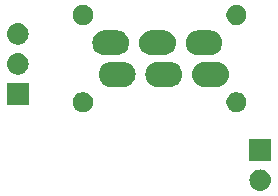
<source format=gbr>
G04 #@! TF.GenerationSoftware,KiCad,Pcbnew,(5.1.4)-1*
G04 #@! TF.CreationDate,2020-03-11T16:36:07-04:00*
G04 #@! TF.ProjectId,MicSwitchBoard,4d696353-7769-4746-9368-426f6172642e,rev?*
G04 #@! TF.SameCoordinates,Original*
G04 #@! TF.FileFunction,Soldermask,Top*
G04 #@! TF.FilePolarity,Negative*
%FSLAX46Y46*%
G04 Gerber Fmt 4.6, Leading zero omitted, Abs format (unit mm)*
G04 Created by KiCad (PCBNEW (5.1.4)-1) date 2020-03-11 16:36:07*
%MOMM*%
%LPD*%
G04 APERTURE LIST*
%ADD10C,0.100000*%
G04 APERTURE END LIST*
D10*
G36*
X136610443Y-76895519D02*
G01*
X136676627Y-76902037D01*
X136846466Y-76953557D01*
X137002991Y-77037222D01*
X137038729Y-77066552D01*
X137140186Y-77149814D01*
X137223448Y-77251271D01*
X137252778Y-77287009D01*
X137336443Y-77443534D01*
X137387963Y-77613373D01*
X137405359Y-77790000D01*
X137387963Y-77966627D01*
X137336443Y-78136466D01*
X137252778Y-78292991D01*
X137223448Y-78328729D01*
X137140186Y-78430186D01*
X137038729Y-78513448D01*
X137002991Y-78542778D01*
X136846466Y-78626443D01*
X136676627Y-78677963D01*
X136610443Y-78684481D01*
X136544260Y-78691000D01*
X136455740Y-78691000D01*
X136389557Y-78684481D01*
X136323373Y-78677963D01*
X136153534Y-78626443D01*
X135997009Y-78542778D01*
X135961271Y-78513448D01*
X135859814Y-78430186D01*
X135776552Y-78328729D01*
X135747222Y-78292991D01*
X135663557Y-78136466D01*
X135612037Y-77966627D01*
X135594641Y-77790000D01*
X135612037Y-77613373D01*
X135663557Y-77443534D01*
X135747222Y-77287009D01*
X135776552Y-77251271D01*
X135859814Y-77149814D01*
X135961271Y-77066552D01*
X135997009Y-77037222D01*
X136153534Y-76953557D01*
X136323373Y-76902037D01*
X136389557Y-76895519D01*
X136455740Y-76889000D01*
X136544260Y-76889000D01*
X136610443Y-76895519D01*
X136610443Y-76895519D01*
G37*
G36*
X137401000Y-76151000D02*
G01*
X135599000Y-76151000D01*
X135599000Y-74349000D01*
X137401000Y-74349000D01*
X137401000Y-76151000D01*
X137401000Y-76151000D01*
G37*
G36*
X134748228Y-70381703D02*
G01*
X134903100Y-70445853D01*
X135042481Y-70538985D01*
X135161015Y-70657519D01*
X135254147Y-70796900D01*
X135318297Y-70951772D01*
X135351000Y-71116184D01*
X135351000Y-71283816D01*
X135318297Y-71448228D01*
X135254147Y-71603100D01*
X135161015Y-71742481D01*
X135042481Y-71861015D01*
X134903100Y-71954147D01*
X134748228Y-72018297D01*
X134583816Y-72051000D01*
X134416184Y-72051000D01*
X134251772Y-72018297D01*
X134096900Y-71954147D01*
X133957519Y-71861015D01*
X133838985Y-71742481D01*
X133745853Y-71603100D01*
X133681703Y-71448228D01*
X133649000Y-71283816D01*
X133649000Y-71116184D01*
X133681703Y-70951772D01*
X133745853Y-70796900D01*
X133838985Y-70657519D01*
X133957519Y-70538985D01*
X134096900Y-70445853D01*
X134251772Y-70381703D01*
X134416184Y-70349000D01*
X134583816Y-70349000D01*
X134748228Y-70381703D01*
X134748228Y-70381703D01*
G37*
G36*
X121748228Y-70381703D02*
G01*
X121903100Y-70445853D01*
X122042481Y-70538985D01*
X122161015Y-70657519D01*
X122254147Y-70796900D01*
X122318297Y-70951772D01*
X122351000Y-71116184D01*
X122351000Y-71283816D01*
X122318297Y-71448228D01*
X122254147Y-71603100D01*
X122161015Y-71742481D01*
X122042481Y-71861015D01*
X121903100Y-71954147D01*
X121748228Y-72018297D01*
X121583816Y-72051000D01*
X121416184Y-72051000D01*
X121251772Y-72018297D01*
X121096900Y-71954147D01*
X120957519Y-71861015D01*
X120838985Y-71742481D01*
X120745853Y-71603100D01*
X120681703Y-71448228D01*
X120649000Y-71283816D01*
X120649000Y-71116184D01*
X120681703Y-70951772D01*
X120745853Y-70796900D01*
X120838985Y-70657519D01*
X120957519Y-70538985D01*
X121096900Y-70445853D01*
X121251772Y-70381703D01*
X121416184Y-70349000D01*
X121583816Y-70349000D01*
X121748228Y-70381703D01*
X121748228Y-70381703D01*
G37*
G36*
X116901000Y-71401000D02*
G01*
X115099000Y-71401000D01*
X115099000Y-69599000D01*
X116901000Y-69599000D01*
X116901000Y-71401000D01*
X116901000Y-71401000D01*
G37*
G36*
X132903097Y-67789069D02*
G01*
X133006032Y-67799207D01*
X133204146Y-67859305D01*
X133204149Y-67859306D01*
X133300975Y-67911061D01*
X133386729Y-67956897D01*
X133546765Y-68088235D01*
X133678103Y-68248271D01*
X133709210Y-68306468D01*
X133775694Y-68430851D01*
X133775695Y-68430854D01*
X133835793Y-68628968D01*
X133856085Y-68835000D01*
X133835793Y-69041032D01*
X133775695Y-69239146D01*
X133775694Y-69239149D01*
X133723939Y-69335975D01*
X133678103Y-69421729D01*
X133546765Y-69581765D01*
X133386729Y-69713103D01*
X133300975Y-69758939D01*
X133204149Y-69810694D01*
X133204146Y-69810695D01*
X133006032Y-69870793D01*
X132903097Y-69880931D01*
X132851631Y-69886000D01*
X131748369Y-69886000D01*
X131696903Y-69880931D01*
X131593968Y-69870793D01*
X131395854Y-69810695D01*
X131395851Y-69810694D01*
X131299025Y-69758939D01*
X131213271Y-69713103D01*
X131053235Y-69581765D01*
X130921897Y-69421729D01*
X130876061Y-69335975D01*
X130824306Y-69239149D01*
X130824305Y-69239146D01*
X130764207Y-69041032D01*
X130743915Y-68835000D01*
X130764207Y-68628968D01*
X130824305Y-68430854D01*
X130824306Y-68430851D01*
X130890790Y-68306468D01*
X130921897Y-68248271D01*
X131053235Y-68088235D01*
X131213271Y-67956897D01*
X131299025Y-67911061D01*
X131395851Y-67859306D01*
X131395854Y-67859305D01*
X131593968Y-67799207D01*
X131696903Y-67789069D01*
X131748369Y-67784000D01*
X132851631Y-67784000D01*
X132903097Y-67789069D01*
X132903097Y-67789069D01*
G37*
G36*
X125003097Y-67789069D02*
G01*
X125106032Y-67799207D01*
X125304146Y-67859305D01*
X125304149Y-67859306D01*
X125400975Y-67911061D01*
X125486729Y-67956897D01*
X125646765Y-68088235D01*
X125778103Y-68248271D01*
X125809210Y-68306468D01*
X125875694Y-68430851D01*
X125875695Y-68430854D01*
X125935793Y-68628968D01*
X125956085Y-68835000D01*
X125935793Y-69041032D01*
X125875695Y-69239146D01*
X125875694Y-69239149D01*
X125823939Y-69335975D01*
X125778103Y-69421729D01*
X125646765Y-69581765D01*
X125486729Y-69713103D01*
X125400975Y-69758939D01*
X125304149Y-69810694D01*
X125304146Y-69810695D01*
X125106032Y-69870793D01*
X125003097Y-69880931D01*
X124951631Y-69886000D01*
X123848369Y-69886000D01*
X123796903Y-69880931D01*
X123693968Y-69870793D01*
X123495854Y-69810695D01*
X123495851Y-69810694D01*
X123399025Y-69758939D01*
X123313271Y-69713103D01*
X123153235Y-69581765D01*
X123021897Y-69421729D01*
X122976061Y-69335975D01*
X122924306Y-69239149D01*
X122924305Y-69239146D01*
X122864207Y-69041032D01*
X122843915Y-68835000D01*
X122864207Y-68628968D01*
X122924305Y-68430854D01*
X122924306Y-68430851D01*
X122990790Y-68306468D01*
X123021897Y-68248271D01*
X123153235Y-68088235D01*
X123313271Y-67956897D01*
X123399025Y-67911061D01*
X123495851Y-67859306D01*
X123495854Y-67859305D01*
X123693968Y-67799207D01*
X123796903Y-67789069D01*
X123848369Y-67784000D01*
X124951631Y-67784000D01*
X125003097Y-67789069D01*
X125003097Y-67789069D01*
G37*
G36*
X128953097Y-67789069D02*
G01*
X129056032Y-67799207D01*
X129254146Y-67859305D01*
X129254149Y-67859306D01*
X129350975Y-67911061D01*
X129436729Y-67956897D01*
X129596765Y-68088235D01*
X129728103Y-68248271D01*
X129759210Y-68306468D01*
X129825694Y-68430851D01*
X129825695Y-68430854D01*
X129885793Y-68628968D01*
X129906085Y-68835000D01*
X129885793Y-69041032D01*
X129825695Y-69239146D01*
X129825694Y-69239149D01*
X129773939Y-69335975D01*
X129728103Y-69421729D01*
X129596765Y-69581765D01*
X129436729Y-69713103D01*
X129350975Y-69758939D01*
X129254149Y-69810694D01*
X129254146Y-69810695D01*
X129056032Y-69870793D01*
X128953097Y-69880931D01*
X128901631Y-69886000D01*
X127798369Y-69886000D01*
X127746903Y-69880931D01*
X127643968Y-69870793D01*
X127445854Y-69810695D01*
X127445851Y-69810694D01*
X127349025Y-69758939D01*
X127263271Y-69713103D01*
X127103235Y-69581765D01*
X126971897Y-69421729D01*
X126926061Y-69335975D01*
X126874306Y-69239149D01*
X126874305Y-69239146D01*
X126814207Y-69041032D01*
X126793915Y-68835000D01*
X126814207Y-68628968D01*
X126874305Y-68430854D01*
X126874306Y-68430851D01*
X126940790Y-68306468D01*
X126971897Y-68248271D01*
X127103235Y-68088235D01*
X127263271Y-67956897D01*
X127349025Y-67911061D01*
X127445851Y-67859306D01*
X127445854Y-67859305D01*
X127643968Y-67799207D01*
X127746903Y-67789069D01*
X127798369Y-67784000D01*
X128901631Y-67784000D01*
X128953097Y-67789069D01*
X128953097Y-67789069D01*
G37*
G36*
X116110442Y-67065518D02*
G01*
X116176627Y-67072037D01*
X116346466Y-67123557D01*
X116502991Y-67207222D01*
X116538729Y-67236552D01*
X116640186Y-67319814D01*
X116723448Y-67421271D01*
X116752778Y-67457009D01*
X116836443Y-67613534D01*
X116887963Y-67783373D01*
X116905359Y-67960000D01*
X116887963Y-68136627D01*
X116836443Y-68306466D01*
X116752778Y-68462991D01*
X116723448Y-68498729D01*
X116640186Y-68600186D01*
X116538729Y-68683448D01*
X116502991Y-68712778D01*
X116346466Y-68796443D01*
X116176627Y-68847963D01*
X116110442Y-68854482D01*
X116044260Y-68861000D01*
X115955740Y-68861000D01*
X115889558Y-68854482D01*
X115823373Y-68847963D01*
X115653534Y-68796443D01*
X115497009Y-68712778D01*
X115461271Y-68683448D01*
X115359814Y-68600186D01*
X115276552Y-68498729D01*
X115247222Y-68462991D01*
X115163557Y-68306466D01*
X115112037Y-68136627D01*
X115094641Y-67960000D01*
X115112037Y-67783373D01*
X115163557Y-67613534D01*
X115247222Y-67457009D01*
X115276552Y-67421271D01*
X115359814Y-67319814D01*
X115461271Y-67236552D01*
X115497009Y-67207222D01*
X115653534Y-67123557D01*
X115823373Y-67072037D01*
X115889558Y-67065518D01*
X115955740Y-67059000D01*
X116044260Y-67059000D01*
X116110442Y-67065518D01*
X116110442Y-67065518D01*
G37*
G36*
X124463097Y-65119069D02*
G01*
X124566032Y-65129207D01*
X124764146Y-65189305D01*
X124764149Y-65189306D01*
X124860975Y-65241061D01*
X124946729Y-65286897D01*
X125106765Y-65418235D01*
X125238103Y-65578271D01*
X125247913Y-65596625D01*
X125335694Y-65760851D01*
X125335695Y-65760854D01*
X125395793Y-65958968D01*
X125416085Y-66165000D01*
X125395793Y-66371032D01*
X125335695Y-66569146D01*
X125335694Y-66569149D01*
X125283939Y-66665975D01*
X125238103Y-66751729D01*
X125106765Y-66911765D01*
X124946729Y-67043103D01*
X124892597Y-67072037D01*
X124764149Y-67140694D01*
X124764146Y-67140695D01*
X124566032Y-67200793D01*
X124463097Y-67210931D01*
X124411631Y-67216000D01*
X123308369Y-67216000D01*
X123256903Y-67210931D01*
X123153968Y-67200793D01*
X122955854Y-67140695D01*
X122955851Y-67140694D01*
X122827403Y-67072037D01*
X122773271Y-67043103D01*
X122613235Y-66911765D01*
X122481897Y-66751729D01*
X122436061Y-66665975D01*
X122384306Y-66569149D01*
X122384305Y-66569146D01*
X122324207Y-66371032D01*
X122303915Y-66165000D01*
X122324207Y-65958968D01*
X122384305Y-65760854D01*
X122384306Y-65760851D01*
X122472087Y-65596625D01*
X122481897Y-65578271D01*
X122613235Y-65418235D01*
X122773271Y-65286897D01*
X122859025Y-65241061D01*
X122955851Y-65189306D01*
X122955854Y-65189305D01*
X123153968Y-65129207D01*
X123256903Y-65119069D01*
X123308369Y-65114000D01*
X124411631Y-65114000D01*
X124463097Y-65119069D01*
X124463097Y-65119069D01*
G37*
G36*
X132363097Y-65119069D02*
G01*
X132466032Y-65129207D01*
X132664146Y-65189305D01*
X132664149Y-65189306D01*
X132760975Y-65241061D01*
X132846729Y-65286897D01*
X133006765Y-65418235D01*
X133138103Y-65578271D01*
X133147913Y-65596625D01*
X133235694Y-65760851D01*
X133235695Y-65760854D01*
X133295793Y-65958968D01*
X133316085Y-66165000D01*
X133295793Y-66371032D01*
X133235695Y-66569146D01*
X133235694Y-66569149D01*
X133183939Y-66665975D01*
X133138103Y-66751729D01*
X133006765Y-66911765D01*
X132846729Y-67043103D01*
X132792597Y-67072037D01*
X132664149Y-67140694D01*
X132664146Y-67140695D01*
X132466032Y-67200793D01*
X132363097Y-67210931D01*
X132311631Y-67216000D01*
X131208369Y-67216000D01*
X131156903Y-67210931D01*
X131053968Y-67200793D01*
X130855854Y-67140695D01*
X130855851Y-67140694D01*
X130727403Y-67072037D01*
X130673271Y-67043103D01*
X130513235Y-66911765D01*
X130381897Y-66751729D01*
X130336061Y-66665975D01*
X130284306Y-66569149D01*
X130284305Y-66569146D01*
X130224207Y-66371032D01*
X130203915Y-66165000D01*
X130224207Y-65958968D01*
X130284305Y-65760854D01*
X130284306Y-65760851D01*
X130372087Y-65596625D01*
X130381897Y-65578271D01*
X130513235Y-65418235D01*
X130673271Y-65286897D01*
X130759025Y-65241061D01*
X130855851Y-65189306D01*
X130855854Y-65189305D01*
X131053968Y-65129207D01*
X131156903Y-65119069D01*
X131208369Y-65114000D01*
X132311631Y-65114000D01*
X132363097Y-65119069D01*
X132363097Y-65119069D01*
G37*
G36*
X128413097Y-65119069D02*
G01*
X128516032Y-65129207D01*
X128714146Y-65189305D01*
X128714149Y-65189306D01*
X128810975Y-65241061D01*
X128896729Y-65286897D01*
X129056765Y-65418235D01*
X129188103Y-65578271D01*
X129197913Y-65596625D01*
X129285694Y-65760851D01*
X129285695Y-65760854D01*
X129345793Y-65958968D01*
X129366085Y-66165000D01*
X129345793Y-66371032D01*
X129285695Y-66569146D01*
X129285694Y-66569149D01*
X129233939Y-66665975D01*
X129188103Y-66751729D01*
X129056765Y-66911765D01*
X128896729Y-67043103D01*
X128842597Y-67072037D01*
X128714149Y-67140694D01*
X128714146Y-67140695D01*
X128516032Y-67200793D01*
X128413097Y-67210931D01*
X128361631Y-67216000D01*
X127258369Y-67216000D01*
X127206903Y-67210931D01*
X127103968Y-67200793D01*
X126905854Y-67140695D01*
X126905851Y-67140694D01*
X126777403Y-67072037D01*
X126723271Y-67043103D01*
X126563235Y-66911765D01*
X126431897Y-66751729D01*
X126386061Y-66665975D01*
X126334306Y-66569149D01*
X126334305Y-66569146D01*
X126274207Y-66371032D01*
X126253915Y-66165000D01*
X126274207Y-65958968D01*
X126334305Y-65760854D01*
X126334306Y-65760851D01*
X126422087Y-65596625D01*
X126431897Y-65578271D01*
X126563235Y-65418235D01*
X126723271Y-65286897D01*
X126809025Y-65241061D01*
X126905851Y-65189306D01*
X126905854Y-65189305D01*
X127103968Y-65129207D01*
X127206903Y-65119069D01*
X127258369Y-65114000D01*
X128361631Y-65114000D01*
X128413097Y-65119069D01*
X128413097Y-65119069D01*
G37*
G36*
X116110443Y-64525519D02*
G01*
X116176627Y-64532037D01*
X116346466Y-64583557D01*
X116502991Y-64667222D01*
X116538729Y-64696552D01*
X116640186Y-64779814D01*
X116723448Y-64881271D01*
X116752778Y-64917009D01*
X116836443Y-65073534D01*
X116887963Y-65243373D01*
X116905359Y-65420000D01*
X116887963Y-65596627D01*
X116836443Y-65766466D01*
X116752778Y-65922991D01*
X116723448Y-65958729D01*
X116640186Y-66060186D01*
X116538729Y-66143448D01*
X116502991Y-66172778D01*
X116346466Y-66256443D01*
X116176627Y-66307963D01*
X116110443Y-66314481D01*
X116044260Y-66321000D01*
X115955740Y-66321000D01*
X115889557Y-66314481D01*
X115823373Y-66307963D01*
X115653534Y-66256443D01*
X115497009Y-66172778D01*
X115461271Y-66143448D01*
X115359814Y-66060186D01*
X115276552Y-65958729D01*
X115247222Y-65922991D01*
X115163557Y-65766466D01*
X115112037Y-65596627D01*
X115094641Y-65420000D01*
X115112037Y-65243373D01*
X115163557Y-65073534D01*
X115247222Y-64917009D01*
X115276552Y-64881271D01*
X115359814Y-64779814D01*
X115461271Y-64696552D01*
X115497009Y-64667222D01*
X115653534Y-64583557D01*
X115823373Y-64532037D01*
X115889557Y-64525519D01*
X115955740Y-64519000D01*
X116044260Y-64519000D01*
X116110443Y-64525519D01*
X116110443Y-64525519D01*
G37*
G36*
X121748228Y-62981703D02*
G01*
X121903100Y-63045853D01*
X122042481Y-63138985D01*
X122161015Y-63257519D01*
X122254147Y-63396900D01*
X122318297Y-63551772D01*
X122351000Y-63716184D01*
X122351000Y-63883816D01*
X122318297Y-64048228D01*
X122254147Y-64203100D01*
X122161015Y-64342481D01*
X122042481Y-64461015D01*
X121903100Y-64554147D01*
X121748228Y-64618297D01*
X121583816Y-64651000D01*
X121416184Y-64651000D01*
X121251772Y-64618297D01*
X121096900Y-64554147D01*
X120957519Y-64461015D01*
X120838985Y-64342481D01*
X120745853Y-64203100D01*
X120681703Y-64048228D01*
X120649000Y-63883816D01*
X120649000Y-63716184D01*
X120681703Y-63551772D01*
X120745853Y-63396900D01*
X120838985Y-63257519D01*
X120957519Y-63138985D01*
X121096900Y-63045853D01*
X121251772Y-62981703D01*
X121416184Y-62949000D01*
X121583816Y-62949000D01*
X121748228Y-62981703D01*
X121748228Y-62981703D01*
G37*
G36*
X134748228Y-62981703D02*
G01*
X134903100Y-63045853D01*
X135042481Y-63138985D01*
X135161015Y-63257519D01*
X135254147Y-63396900D01*
X135318297Y-63551772D01*
X135351000Y-63716184D01*
X135351000Y-63883816D01*
X135318297Y-64048228D01*
X135254147Y-64203100D01*
X135161015Y-64342481D01*
X135042481Y-64461015D01*
X134903100Y-64554147D01*
X134748228Y-64618297D01*
X134583816Y-64651000D01*
X134416184Y-64651000D01*
X134251772Y-64618297D01*
X134096900Y-64554147D01*
X133957519Y-64461015D01*
X133838985Y-64342481D01*
X133745853Y-64203100D01*
X133681703Y-64048228D01*
X133649000Y-63883816D01*
X133649000Y-63716184D01*
X133681703Y-63551772D01*
X133745853Y-63396900D01*
X133838985Y-63257519D01*
X133957519Y-63138985D01*
X134096900Y-63045853D01*
X134251772Y-62981703D01*
X134416184Y-62949000D01*
X134583816Y-62949000D01*
X134748228Y-62981703D01*
X134748228Y-62981703D01*
G37*
M02*

</source>
